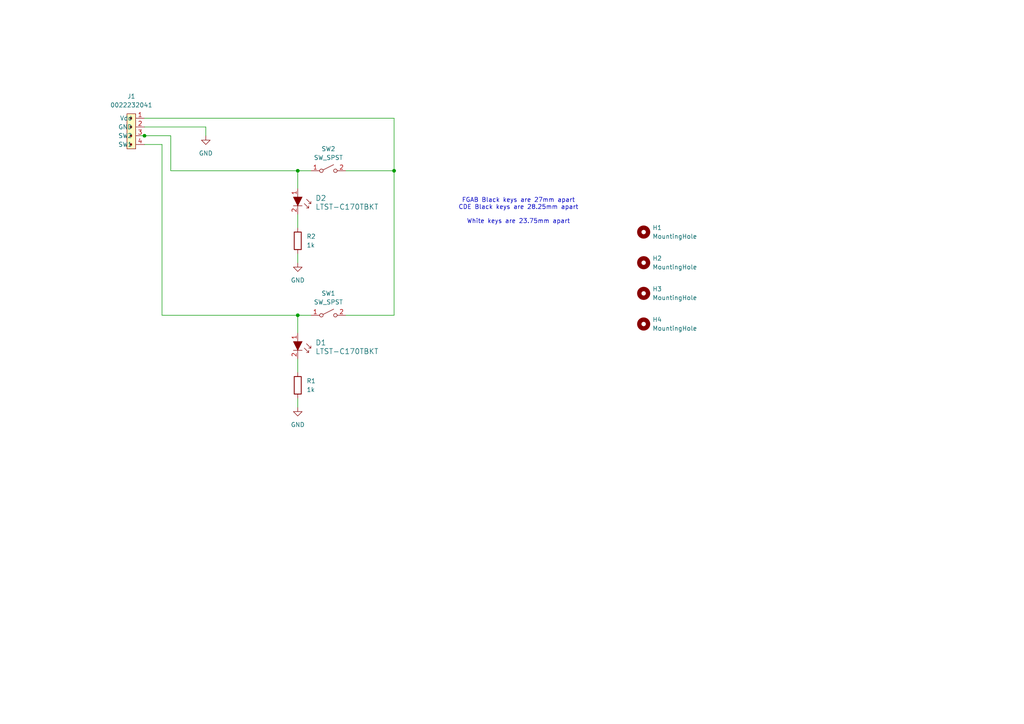
<source format=kicad_sch>
(kicad_sch (version 20250114) (generator "eeschema") (generator_version "9.0")
  (paper "A4")
  (lib_symbols
    (symbol "Device:R" (pin_numbers (hide yes)) (pin_names (offset 0))
      (property "Reference" "R" (at 2.032 0 90))
      (property "Value" "R" (at 0 0 90))
      (symbol "R_0_1"
        (rectangle (start -1.016 -2.54) (end 1.016 2.54) (stroke (width 0.254)))
      )
      (symbol "R_1_1"
        (pin passive line (at 0 3.81 270) (length 1.27) (name "~") (number "1"))
        (pin passive line (at 0 -3.81 90) (length 1.27) (name "~") (number "2"))
      )
    )
    (symbol "Mechanical:MountingHole" (pin_names (offset 1.016)) (in_bom no)
      (property "Reference" "H" (at 0 5.08 0))
      (property "Value" "MountingHole" (at 0 3.175 0))
      (symbol "MountingHole_0_1"
        (circle (center 0 0) (radius 1.27) (stroke (width 1.27)))
      )
    )
    (symbol "Switch:SW_SPST" (pin_names (offset 0) (hide yes))
      (property "Reference" "SW" (at 0 3.175 0))
      (property "Value" "SW_SPST" (at 0 -2.54 0))
      (symbol "SW_SPST_0_0"
        (circle (center -2.032 0) (radius 0.508))
        (polyline (pts (xy -1.524 0.254) (xy 1.524 1.778)))
        (circle (center 2.032 0) (radius 0.508))
      )
      (symbol "SW_SPST_1_1"
        (pin passive line (at -5.08 0 0) (length 2.54) (name "A") (number "1"))
        (pin passive line (at 5.08 0 180) (length 2.54) (name "B") (number "2"))
      )
    )
    (symbol "dk_LED-Indication-Discrete:LTST-C170TBKT" (pin_names (offset 0))
      (property "Reference" "D" (at -3.81 2.54 0))
      (property "Value" "LTST-C170TBKT" (at 0 -3.81 0))
      (symbol "LTST-C170TBKT_0_1"
        (polyline (pts (xy -2.54 1.27) (xy -2.54 -1.27) (xy 0 0) (xy -2.54 1.27)) (fill (type outline)))
        (polyline (pts (xy -1.27 3.81) (xy -0.635 3.81) (xy -0.635 3.175)))
        (polyline (pts (xy -0.635 3.81) (xy -1.905 2.54)))
        (polyline (pts (xy 0 3.175) (xy 0.635 3.175) (xy 0.635 2.54)))
        (polyline (pts (xy 0 1.27) (xy 0 -1.27)))
        (polyline (pts (xy 0.635 3.175) (xy -0.635 1.905)))
      )
      (symbol "LTST-C170TBKT_1_1"
        (pin passive line (at -5.08 0 0) (length 2.54) (name "~") (number "1"))
        (pin passive line (at 2.54 0 180) (length 2.54) (name "~") (number "2"))
      )
    )
    (symbol "dk_Rectangular-Connectors-Headers-Male-Pins:0022232041" (pin_names (offset 1.016))
      (property "Reference" "J1" (at -6.35 -1.27 90))
      (property "Value" "0022232041" (at -3.81 -1.27 90))
      (symbol "0022232041_1_1"
        (rectangle (start -1.27 0) (end 8.89 -2.54) (fill (type background)))
        (rectangle (start -0.254 -1.143) (end 0.254 -1.651) (fill (type outline)))
        (rectangle (start 2.286 -1.143) (end 2.794 -1.651) (fill (type outline)))
        (rectangle (start 4.826 -1.143) (end 5.334 -1.651) (fill (type outline)))
        (rectangle (start 7.366 -1.143) (end 7.874 -1.651) (fill (type outline)))
        (pin passive line (at 0 2.54 270) (length 2.54) (name "Vdd") (number "1"))
        (pin passive line (at 2.54 2.54 270) (length 2.54) (name "GND") (number "2"))
        (pin passive line (at 5.08 2.54 270) (length 2.54) (name "SW2") (number "3"))
        (pin passive line (at 7.62 2.54 270) (length 2.54) (name "SW1") (number "4"))
      )
    )
    (symbol "power:GND" (power) (pin_numbers (hide yes)) (pin_names (offset 0) (hide yes))
      (property "Value" "GND" (at 0 -3.81 0))
      (symbol "GND_0_1"
        (polyline (pts (xy 0 0) (xy 0 -1.27) (xy 1.27 -1.27) (xy 0 -2.54) (xy -1.27 -1.27) (xy 0 -1.27)))
      )
      (symbol "GND_1_1"
        (pin power_in line (at 0 0 270) (length 0) (name "~") (number "1"))
      )
    )
  )
  (text "FGAB Black keys are 27mm apart\nCDE Black keys are 28.25mm apart\n\nWhite keys are 23.75mm apart\n" (at 150.368 61.214 0) (effects (font (size 1.27 1.27))))
  (junction (at 41.91 39.37))
  (junction (at 114.3 49.53))
  (junction (at 86.36 91.44))
  (junction (at 86.36 49.53))
  (wire (pts (xy 86.36 104.14) (xy 86.36 107.95)))
  (wire (pts (xy 86.36 115.57) (xy 86.36 118.11)))
  (wire (pts (xy 86.36 62.23) (xy 86.36 66.04)))
  (wire (pts (xy 114.3 91.44) (xy 114.3 49.53)))
  (wire (pts (xy 86.36 73.66) (xy 86.36 76.2)))
  (wire (pts (xy 86.36 54.61) (xy 86.36 49.53)))
  (wire (pts (xy 86.36 91.44) (xy 90.17 91.44)))
  (wire (pts (xy 40.64 39.37) (xy 41.91 39.37)))
  (wire (pts (xy 49.53 39.37) (xy 49.53 49.53)))
  (wire (pts (xy 46.99 41.91) (xy 46.99 91.44)))
  (wire (pts (xy 41.91 34.29) (xy 114.3 34.29)))
  (wire (pts (xy 86.36 49.53) (xy 90.17 49.53)))
  (wire (pts (xy 59.69 36.83) (xy 59.69 39.37)))
  (wire (pts (xy 41.91 39.37) (xy 49.53 39.37)))
  (wire (pts (xy 100.33 91.44) (xy 114.3 91.44)))
  (wire (pts (xy 114.3 34.29) (xy 114.3 49.53)))
  (wire (pts (xy 49.53 49.53) (xy 86.36 49.53)))
  (wire (pts (xy 46.99 91.44) (xy 86.36 91.44)))
  (wire (pts (xy 100.33 49.53) (xy 114.3 49.53)))
  (wire (pts (xy 86.36 96.52) (xy 86.36 91.44)))
  (wire (pts (xy 41.91 36.83) (xy 59.69 36.83)))
  (wire (pts (xy 41.91 41.91) (xy 46.99 41.91)))
  (symbol (lib_id "Switch:SW_SPST") (at 95.25 49.53 0) (unit 1)
    (property "Reference" "SW2" (at 95.25 43.18 0))
    (property "Value" "SW_SPST" (at 95.25 45.72 0))
    (property "Footprint" "Button_Switch_Keyboard:SW_Cherry_MX_1.00u_PCB" (effects (hide yes)))
    (property "Description" "Single Pole Single Throw (SPST) switch" (effects (hide yes)))
  )
  (symbol (lib_id "power:GND") (at 86.36 118.11 0) (unit 1)
    (property "Reference" "#PWR02" (effects (hide yes)))
    (property "Value" "GND" (at 86.36 123.19 0))
    (property "Description" "Power symbol creates a global label with name \"GND\" , ground" (effects (hide yes)))
  )
  (symbol (lib_id "dk_Rectangular-Connectors-Headers-Male-Pins:0022232041") (at 39.37 34.29 270) (unit 1)
    (property "Reference" "J1" (at 38.1 27.94 90))
    (property "Value" "0022232041" (at 38.1 30.48 90))
    (property "Footprint" "digikey-footprints:PinHeader_1x4_P2.54mm_Drill1.02mm" (effects (hide yes)))
    (property "Datasheet" "https://www.molex.com/pdm_docs/sd/022232041_sd.pdf" (effects (hide yes)))
    (property "Description" "CONN HEADER VERT 4POS 2.54MM" (effects (hide yes)))
    (property "Digi-Key_PN" "WM4202-ND" (effects (hide yes)))
    (property "MPN" "0022232041" (effects (hide yes)))
    (property "Category" "Connectors, Interconnects" (effects (hide yes)))
    (property "Family" "Rectangular Connectors - Headers, Male Pins" (effects (hide yes)))
    (property "DK_Datasheet_Link" "https://www.molex.com/pdm_docs/sd/022232041_sd.pdf" (effects (hide yes)))
    (property "DK_Detail_Page" "/product-detail/en/molex/0022232041/WM4202-ND/26671" (effects (hide yes)))
    (property "Description_1" "CONN HEADER VERT 4POS 2.54MM" (effects (hide yes)))
    (property "Manufacturer" "Molex" (effects (hide yes)))
    (property "Status" "Active" (effects (hide yes)))
  )
  (symbol (lib_id "Mechanical:MountingHole") (at 186.69 76.2 0) (unit 1) (in_bom no)
    (property "Reference" "H2" (at 189.23 74.9299 0) (effects (justify left)))
    (property "Value" "MountingHole" (at 189.23 77.4699 0) (effects (justify left)))
    (property "Footprint" "MountingHole:MountingHole_4.3mm_M4" (effects (hide yes)))
    (property "Description" "Mounting Hole without connection" (effects (hide yes)))
  )
  (symbol (lib_id "Mechanical:MountingHole") (at 186.69 67.31 0) (unit 1) (in_bom no)
    (property "Reference" "H1" (at 189.23 66.0399 0) (effects (justify left)))
    (property "Value" "MountingHole" (at 189.23 68.5799 0) (effects (justify left)))
    (property "Footprint" "MountingHole:MountingHole_4.3mm_M4" (effects (hide yes)))
    (property "Description" "Mounting Hole without connection" (effects (hide yes)))
  )
  (symbol (lib_id "Switch:SW_SPST") (at 95.25 91.44 0) (unit 1)
    (property "Reference" "SW1" (at 95.25 85.09 0))
    (property "Value" "SW_SPST" (at 95.25 87.63 0))
    (property "Footprint" "Button_Switch_Keyboard:SW_Cherry_MX_1.00u_PCB" (effects (hide yes)))
    (property "Description" "Single Pole Single Throw (SPST) switch" (effects (hide yes)))
  )
  (symbol (lib_id "Mechanical:MountingHole") (at 186.69 85.09 0) (unit 1) (in_bom no)
    (property "Reference" "H3" (at 189.23 83.8199 0) (effects (justify left)))
    (property "Value" "MountingHole" (at 189.23 86.3599 0) (effects (justify left)))
    (property "Footprint" "MountingHole:MountingHole_4.3mm_M4" (effects (hide yes)))
    (property "Description" "Mounting Hole without connection" (effects (hide yes)))
  )
  (symbol (lib_id "dk_LED-Indication-Discrete:LTST-C170TBKT") (at 86.36 59.69 270) (unit 1)
    (property "Reference" "D2" (at 91.44 57.4674 90) (effects (font (size 1.524 1.524)) (justify left)))
    (property "Value" "LTST-C170TBKT" (at 91.44 60.0074 90) (effects (font (size 1.524 1.524)) (justify left)))
    (property "Footprint" "digikey-footprints:0805" (effects (hide yes)))
    (property "Datasheet" "http://optoelectronics.liteon.com/upload/download/DS-22-99-0226/LTST-C170TBKT.pdf" (effects (hide yes)))
    (property "Description" "LED BLUE CLEAR SMD" (effects (hide yes)))
    (property "Digi-Key_PN" "160-1579-1-ND" (effects (hide yes)))
    (property "MPN" "LTST-C170TBKT" (effects (hide yes)))
    (property "Category" "Optoelectronics" (effects (hide yes)))
    (property "Family" "LED Indication - Discrete" (effects (hide yes)))
    (property "DK_Datasheet_Link" "http://optoelectronics.liteon.com/upload/download/DS-22-99-0226/LTST-C170TBKT.pdf" (effects (hide yes)))
    (property "DK_Detail_Page" "/product-detail/en/lite-on-inc/LTST-C170TBKT/160-1579-1-ND/564889" (effects (hide yes)))
    (property "Description_1" "LED BLUE CLEAR SMD" (effects (hide yes)))
    (property "Manufacturer" "Lite-On Inc." (effects (hide yes)))
    (property "Status" "Active" (effects (hide yes)))
  )
  (symbol (lib_id "power:GND") (at 86.36 76.2 0) (unit 1)
    (property "Reference" "#PWR01" (effects (hide yes)))
    (property "Value" "GND" (at 86.36 81.28 0))
    (property "Description" "Power symbol creates a global label with name \"GND\" , ground" (effects (hide yes)))
  )
  (symbol (lib_id "Device:R") (at 86.36 111.76 0) (unit 1)
    (property "Reference" "R1" (at 88.9 110.4899 0) (effects (justify left)))
    (property "Value" "1k" (at 88.9 113.0299 0) (effects (justify left)))
    (property "Footprint" "Resistor_SMD:R_0603_1608Metric" (effects (hide yes)))
    (property "Description" "Resistor" (effects (hide yes)))
  )
  (symbol (lib_id "Mechanical:MountingHole") (at 186.69 93.98 0) (unit 1) (in_bom no)
    (property "Reference" "H4" (at 189.23 92.7099 0) (effects (justify left)))
    (property "Value" "MountingHole" (at 189.23 95.2499 0) (effects (justify left)))
    (property "Footprint" "MountingHole:MountingHole_4.3mm_M4" (effects (hide yes)))
    (property "Description" "Mounting Hole without connection" (effects (hide yes)))
  )
  (symbol (lib_id "power:GND") (at 59.69 39.37 0) (unit 1)
    (property "Reference" "#PWR03" (effects (hide yes)))
    (property "Value" "GND" (at 59.69 44.45 0))
    (property "Description" "Power symbol creates a global label with name \"GND\" , ground" (effects (hide yes)))
  )
  (symbol (lib_id "dk_LED-Indication-Discrete:LTST-C170TBKT") (at 86.36 101.6 270) (unit 1)
    (property "Reference" "D1" (at 91.44 99.3774 90) (effects (font (size 1.524 1.524)) (justify left)))
    (property "Value" "LTST-C170TBKT" (at 91.44 101.9174 90) (effects (font (size 1.524 1.524)) (justify left)))
    (property "Footprint" "digikey-footprints:0805" (effects (hide yes)))
    (property "Datasheet" "http://optoelectronics.liteon.com/upload/download/DS-22-99-0226/LTST-C170TBKT.pdf" (effects (hide yes)))
    (property "Description" "LED BLUE CLEAR SMD" (effects (hide yes)))
    (property "Digi-Key_PN" "160-1579-1-ND" (effects (hide yes)))
    (property "MPN" "LTST-C170TBKT" (effects (hide yes)))
    (property "Category" "Optoelectronics" (effects (hide yes)))
    (property "Family" "LED Indication - Discrete" (effects (hide yes)))
    (property "DK_Datasheet_Link" "http://optoelectronics.liteon.com/upload/download/DS-22-99-0226/LTST-C170TBKT.pdf" (effects (hide yes)))
    (property "DK_Detail_Page" "/product-detail/en/lite-on-inc/LTST-C170TBKT/160-1579-1-ND/564889" (effects (hide yes)))
    (property "Description_1" "LED BLUE CLEAR SMD" (effects (hide yes)))
    (property "Manufacturer" "Lite-On Inc." (effects (hide yes)))
    (property "Status" "Active" (effects (hide yes)))
  )
  (symbol (lib_id "Device:R") (at 86.36 69.85 0) (unit 1)
    (property "Reference" "R2" (at 88.9 68.5799 0) (effects (justify left)))
    (property "Value" "1k" (at 88.9 71.1199 0) (effects (justify left)))
    (property "Footprint" "Resistor_SMD:R_0603_1608Metric" (effects (hide yes)))
    (property "Description" "Resistor" (effects (hide yes)))
  )
)
</source>
